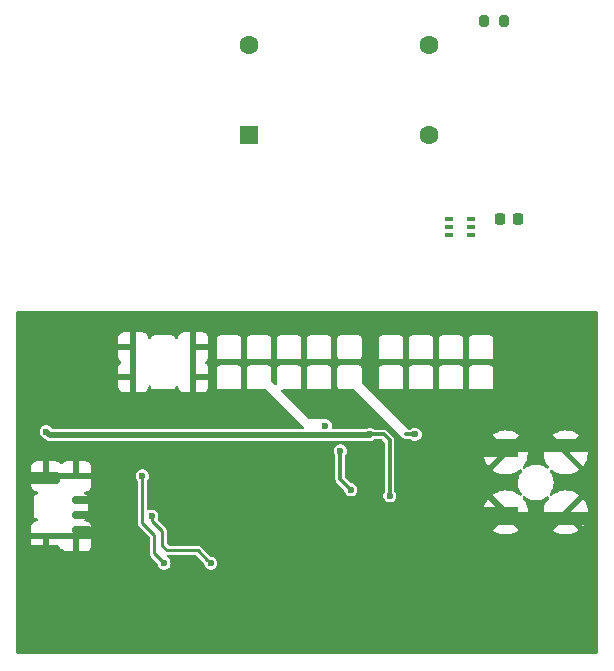
<source format=gbr>
%TF.GenerationSoftware,KiCad,Pcbnew,6.0.4-6f826c9f35~116~ubuntu20.04.1*%
%TF.CreationDate,2022-06-02T21:43:18+00:00*%
%TF.ProjectId,TFLORA01B,54464c4f-5241-4303-9142-2e6b69636164,rev?*%
%TF.SameCoordinates,Original*%
%TF.FileFunction,Copper,L1,Top*%
%TF.FilePolarity,Positive*%
%FSLAX46Y46*%
G04 Gerber Fmt 4.6, Leading zero omitted, Abs format (unit mm)*
G04 Created by KiCad (PCBNEW 6.0.4-6f826c9f35~116~ubuntu20.04.1) date 2022-06-02 21:43:18*
%MOMM*%
%LPD*%
G01*
G04 APERTURE LIST*
G04 Aperture macros list*
%AMRoundRect*
0 Rectangle with rounded corners*
0 $1 Rounding radius*
0 $2 $3 $4 $5 $6 $7 $8 $9 X,Y pos of 4 corners*
0 Add a 4 corners polygon primitive as box body*
4,1,4,$2,$3,$4,$5,$6,$7,$8,$9,$2,$3,0*
0 Add four circle primitives for the rounded corners*
1,1,$1+$1,$2,$3*
1,1,$1+$1,$4,$5*
1,1,$1+$1,$6,$7*
1,1,$1+$1,$8,$9*
0 Add four rect primitives between the rounded corners*
20,1,$1+$1,$2,$3,$4,$5,0*
20,1,$1+$1,$4,$5,$6,$7,0*
20,1,$1+$1,$6,$7,$8,$9,0*
20,1,$1+$1,$8,$9,$2,$3,0*%
%AMFreePoly0*
4,1,7,1.675000,-0.750000,-1.675000,-0.750000,-1.675000,-0.350000,-8.125000,-0.350000,-8.125000,0.750000,1.675000,0.750000,1.675000,-0.750000,1.675000,-0.750000,$1*%
%AMFreePoly1*
4,1,7,8.125000,-0.350000,1.675000,-0.350000,1.675000,-0.750000,-1.675000,-0.750000,-1.675000,0.750000,8.125000,0.750000,8.125000,-0.350000,8.125000,-0.350000,$1*%
G04 Aperture macros list end*
%TA.AperFunction,SMDPad,CuDef*%
%ADD10R,1.500000X1.450000*%
%TD*%
%TA.AperFunction,SMDPad,CuDef*%
%ADD11FreePoly0,180.000000*%
%TD*%
%TA.AperFunction,SMDPad,CuDef*%
%ADD12FreePoly1,0.000000*%
%TD*%
%TA.AperFunction,ComponentPad*%
%ADD13R,1.600000X1.600000*%
%TD*%
%TA.AperFunction,ComponentPad*%
%ADD14C,1.600000*%
%TD*%
%TA.AperFunction,SMDPad,CuDef*%
%ADD15RoundRect,0.200000X-0.200000X-0.275000X0.200000X-0.275000X0.200000X0.275000X-0.200000X0.275000X0*%
%TD*%
%TA.AperFunction,SMDPad,CuDef*%
%ADD16R,0.650000X0.400000*%
%TD*%
%TA.AperFunction,SMDPad,CuDef*%
%ADD17RoundRect,0.150000X-0.700000X0.150000X-0.700000X-0.150000X0.700000X-0.150000X0.700000X0.150000X0*%
%TD*%
%TA.AperFunction,SMDPad,CuDef*%
%ADD18RoundRect,0.250000X-1.100000X0.250000X-1.100000X-0.250000X1.100000X-0.250000X1.100000X0.250000X0*%
%TD*%
%TA.AperFunction,SMDPad,CuDef*%
%ADD19RoundRect,0.225000X-0.225000X-0.250000X0.225000X-0.250000X0.225000X0.250000X-0.225000X0.250000X0*%
%TD*%
%TA.AperFunction,ComponentPad*%
%ADD20C,0.500000*%
%TD*%
%TA.AperFunction,SMDPad,CuDef*%
%ADD21RoundRect,0.250000X1.050000X-1.050000X1.050000X1.050000X-1.050000X1.050000X-1.050000X-1.050000X0*%
%TD*%
%TA.AperFunction,ViaPad*%
%ADD22C,0.600000*%
%TD*%
%TA.AperFunction,Conductor*%
%ADD23C,0.250000*%
%TD*%
%TA.AperFunction,Conductor*%
%ADD24C,0.500000*%
%TD*%
%TA.AperFunction,Conductor*%
%ADD25C,0.300000*%
%TD*%
G04 APERTURE END LIST*
D10*
%TO.P,J12,1*%
%TO.N,Net-(C22-Pad2)*%
X175224800Y-114300000D03*
D11*
%TO.P,J12,2*%
%TO.N,GND*%
X176199800Y-117175000D03*
D12*
X176199800Y-111425000D03*
%TD*%
D13*
%TO.P,X1,1,NC*%
%TO.N,unconnected-(X1-NC)*%
X155079200Y-84908000D03*
D14*
%TO.P,X1,7,GND*%
%TO.N,GND*%
X170319200Y-84908000D03*
%TO.P,X1,8,OUT*%
%TO.N,Net-(X1-OUT)*%
X170319200Y-77288000D03*
%TO.P,X1,14,Vcc*%
%TO.N,+3V3*%
X155079200Y-77288000D03*
%TD*%
D15*
%TO.P,R3,1*%
%TO.N,Net-(X1-OUT)*%
X175004200Y-75228000D03*
%TO.P,R3,2*%
%TO.N,Net-(C1-Pad1)*%
X176654200Y-75228000D03*
%TD*%
D16*
%TO.P,U4,1,I1*%
%TO.N,/DIO1*%
X172008800Y-92018800D03*
%TO.P,U4,2,GND*%
%TO.N,GND*%
X172008800Y-92668800D03*
%TO.P,U4,3,I0*%
%TO.N,/BUSY*%
X172008800Y-93318800D03*
%TO.P,U4,4,Y*%
%TO.N,Net-(U4-Y)*%
X173908800Y-93318800D03*
%TO.P,U4,5,Vcc*%
%TO.N,+3V3*%
X173908800Y-92668800D03*
%TO.P,U4,6,S*%
%TO.N,/#CS*%
X173908800Y-92018800D03*
%TD*%
D17*
%TO.P,J2,1*%
%TO.N,/DIO2*%
X140940400Y-115793200D03*
%TO.P,J2,2*%
%TO.N,/DIO3*%
X140940400Y-117043200D03*
%TO.P,J2,3*%
%TO.N,/#RESET*%
X140940400Y-118293200D03*
D18*
%TO.P,J2,MP*%
%TO.N,GND*%
X137740400Y-113943200D03*
X137740400Y-120143200D03*
%TD*%
D19*
%TO.P,C3,1*%
%TO.N,+3V3*%
X176313800Y-91998800D03*
%TO.P,C3,2*%
%TO.N,GND*%
X177863800Y-91998800D03*
%TD*%
D20*
%TO.P,U1,25,GND*%
%TO.N,GND*%
X150908000Y-117646000D03*
X148808000Y-118696000D03*
X149858000Y-117646000D03*
X148808000Y-116596000D03*
X150908000Y-116596000D03*
X148808000Y-117646000D03*
X150908000Y-118696000D03*
X149858000Y-118696000D03*
X149858000Y-116596000D03*
D21*
X149858000Y-117646000D03*
%TD*%
D22*
%TO.N,GND*%
X145058000Y-114046000D03*
X143458000Y-114046000D03*
X148358000Y-123260000D03*
X150558000Y-124560000D03*
X163830000Y-113665000D03*
X184150000Y-119380000D03*
X148463000Y-128270000D03*
X163830000Y-100330000D03*
X161798000Y-113919000D03*
X171069000Y-111633000D03*
X184150000Y-118110000D03*
X157356660Y-118341817D03*
X184150000Y-114300000D03*
X145161000Y-122301000D03*
X168910000Y-111633000D03*
X142240000Y-128270000D03*
X184150000Y-110490000D03*
X167894000Y-111633000D03*
X143383000Y-107442000D03*
X145161000Y-123317000D03*
X153858000Y-124946000D03*
X146304000Y-128270000D03*
X168402000Y-122428000D03*
X143764000Y-112649000D03*
X153670000Y-100330000D03*
X169164000Y-116967000D03*
X177800000Y-108585000D03*
X170053000Y-111633000D03*
X172085000Y-128270000D03*
X164211000Y-121666000D03*
X161290000Y-100330000D03*
X172212000Y-111506000D03*
X163195000Y-128270000D03*
X160655000Y-128270000D03*
X167767000Y-114300000D03*
X154940000Y-100330000D03*
X153416000Y-123446000D03*
X172720000Y-100330000D03*
X157480000Y-100330000D03*
X162560000Y-124460000D03*
X155858000Y-118346000D03*
X152273000Y-128270000D03*
X174117000Y-114935000D03*
X166370000Y-100330000D03*
X150876000Y-122301000D03*
X181610000Y-120015000D03*
X159766000Y-122809000D03*
X149858000Y-123860000D03*
X153797000Y-126111000D03*
X150858000Y-121146000D03*
X155575000Y-128270000D03*
X145161000Y-128270000D03*
X170815000Y-128270000D03*
X143510000Y-100330000D03*
X144780000Y-100330000D03*
X135890000Y-120650000D03*
X168275000Y-128270000D03*
X158750000Y-100330000D03*
X172847000Y-116967000D03*
X146050000Y-100330000D03*
X173101000Y-111506000D03*
X169545000Y-120904000D03*
X177800000Y-100330000D03*
X175260000Y-100330000D03*
X176530000Y-108585000D03*
X146939000Y-112649000D03*
X158115000Y-128270000D03*
X168148000Y-116967000D03*
X156210000Y-100330000D03*
X182245000Y-108585000D03*
X149860000Y-100330000D03*
X162941000Y-115697000D03*
X167640000Y-100330000D03*
X173990000Y-100330000D03*
X183515000Y-120015000D03*
X148908011Y-121145981D03*
X148590000Y-100330000D03*
X170180000Y-100330000D03*
X164846000Y-111633000D03*
X135890000Y-119380000D03*
X162258000Y-118346000D03*
X164465000Y-128270000D03*
X146050000Y-127000000D03*
X135890000Y-116840000D03*
X184150000Y-116840000D03*
X154940000Y-118346000D03*
X173990000Y-111506000D03*
X174498000Y-112268000D03*
X165735000Y-128270000D03*
X171450000Y-100330000D03*
X164846000Y-117983000D03*
X170561000Y-116967000D03*
X154305000Y-128270000D03*
X152019000Y-122301000D03*
X153035000Y-115570000D03*
X163858046Y-118346000D03*
X173990000Y-118110000D03*
X161925000Y-128270000D03*
X145161000Y-125349000D03*
X153158000Y-121746000D03*
X168910000Y-100330000D03*
X177165000Y-128270000D03*
X173355000Y-128270000D03*
X148717000Y-122174000D03*
X160658000Y-118346000D03*
X145161000Y-126619000D03*
X165100000Y-100330000D03*
X147320000Y-121920000D03*
X146058000Y-118946000D03*
X175895000Y-120015000D03*
X162560000Y-100330000D03*
X184150000Y-113030000D03*
X161036000Y-122809000D03*
X184150000Y-107950000D03*
X171704000Y-116967000D03*
X179705000Y-118745000D03*
X179070000Y-120015000D03*
X166497000Y-121158000D03*
X160020000Y-100330000D03*
X157480000Y-122809000D03*
X151130000Y-100330000D03*
X164211000Y-122809000D03*
X169545000Y-122428000D03*
X167132000Y-116967000D03*
X184150000Y-115570000D03*
X171323000Y-114300000D03*
X149258000Y-124560000D03*
X161036000Y-124460000D03*
X169418000Y-117983000D03*
X147447000Y-128270000D03*
X156224000Y-114808000D03*
X170307000Y-114300000D03*
X184150000Y-120650000D03*
X175895000Y-128270000D03*
X169545000Y-128270000D03*
X165227000Y-121158000D03*
X174625000Y-120015000D03*
X147858000Y-126560000D03*
X153035000Y-127127000D03*
X136271000Y-107315000D03*
X184150000Y-109220000D03*
X152400000Y-100330000D03*
X145161000Y-112649000D03*
X167005000Y-128270000D03*
X159058000Y-118346000D03*
X174117000Y-116967000D03*
X176530000Y-100330000D03*
X159385000Y-128270000D03*
X149606000Y-128270000D03*
X180975000Y-108585000D03*
X164338000Y-124460000D03*
X143510000Y-128270000D03*
X147320000Y-100330000D03*
X165989000Y-111633000D03*
X175006000Y-115062000D03*
X135890000Y-118110000D03*
X177800000Y-120015000D03*
X141859000Y-107569000D03*
X163830000Y-111633000D03*
X143637000Y-121920000D03*
X158623000Y-122809000D03*
X173990000Y-119380000D03*
X166116000Y-113919000D03*
X145161000Y-124333000D03*
X156845000Y-128270000D03*
X167132000Y-122428000D03*
X179070000Y-110490000D03*
X150876000Y-128270000D03*
X146050000Y-121920000D03*
X169545000Y-119126000D03*
X163830000Y-112649000D03*
X184150000Y-111760000D03*
X174625000Y-128270000D03*
X184150000Y-106680000D03*
X142494000Y-112649000D03*
%TO.N,Net-(U1-XTA)*%
X151358000Y-123260000D03*
%TO.N,+3V3*%
X167005000Y-115443000D03*
X165354000Y-110236000D03*
X137940000Y-110000000D03*
X151858000Y-121146000D03*
X146858000Y-117146000D03*
%TO.N,Net-(U3-CTRL)*%
X162814000Y-111633000D03*
X163703000Y-114935000D03*
%TO.N,/#RESET*%
X169164000Y-110236000D03*
%TO.N,/DIO2*%
X161544000Y-109490080D03*
%TO.N,/DIO3*%
X146058000Y-113746046D03*
X147901519Y-121146000D03*
%TD*%
D23*
%TO.N,GND*%
X148358000Y-122533000D02*
X148717000Y-122174000D01*
X143383000Y-107442000D02*
X141986000Y-107442000D01*
X167767000Y-116586000D02*
X167767000Y-114681000D01*
X149606000Y-128270000D02*
X150876000Y-128270000D01*
X150858000Y-121146000D02*
X150858000Y-122283000D01*
X152273000Y-128270000D02*
X152273000Y-127889000D01*
D24*
X155862183Y-118341817D02*
X155858000Y-118346000D01*
D23*
X168148000Y-116967000D02*
X167767000Y-116586000D01*
D24*
X149258000Y-124460000D02*
X149858000Y-123860000D01*
X162258000Y-118346000D02*
X163858046Y-118346000D01*
D23*
X167767000Y-114681000D02*
X167767000Y-114300000D01*
D24*
X149258000Y-124560000D02*
X149258000Y-124460000D01*
X159058000Y-118346000D02*
X160658000Y-118346000D01*
X157356660Y-118341817D02*
X155862183Y-118341817D01*
D23*
X152273000Y-127889000D02*
X153035000Y-127127000D01*
X150858000Y-122283000D02*
X150876000Y-122301000D01*
X148358000Y-123260000D02*
X148358000Y-122533000D01*
X141986000Y-107442000D02*
X141859000Y-107569000D01*
%TO.N,+3V3*%
X151558001Y-120846001D02*
X151858000Y-121146000D01*
D25*
X167005000Y-110744000D02*
X166497000Y-110236000D01*
D24*
X160600909Y-110290091D02*
X165299909Y-110290091D01*
D23*
X146858000Y-117146000D02*
X146858000Y-117546000D01*
X146858000Y-117546000D02*
X147758000Y-118446000D01*
D25*
X166497000Y-110236000D02*
X165354000Y-110236000D01*
D23*
X147758000Y-119646000D02*
X148158000Y-120046000D01*
D24*
X160600909Y-110290091D02*
X138230091Y-110290091D01*
X165299909Y-110290091D02*
X165354000Y-110236000D01*
D23*
X150758000Y-120046000D02*
X151558001Y-120846001D01*
D24*
X138230091Y-110290091D02*
X137940000Y-110000000D01*
D25*
X167005000Y-115443000D02*
X167005000Y-110744000D01*
D23*
X148158000Y-120046000D02*
X150758000Y-120046000D01*
X147758000Y-118446000D02*
X147758000Y-119646000D01*
D25*
%TO.N,Net-(U3-CTRL)*%
X162814000Y-111633000D02*
X162814000Y-114046000D01*
X162814000Y-114046000D02*
X163703000Y-114935000D01*
%TO.N,/#RESET*%
X169164000Y-110236000D02*
X168422000Y-110236000D01*
D23*
%TO.N,/DIO2*%
X161400920Y-109347000D02*
X161544000Y-109490080D01*
%TO.N,/DIO3*%
X146058000Y-117746000D02*
X146058000Y-114170310D01*
X147058000Y-118746000D02*
X146058000Y-117746000D01*
X147058000Y-120302481D02*
X147058000Y-118746000D01*
X147901519Y-121146000D02*
X147058000Y-120302481D01*
X146058000Y-114170310D02*
X146058000Y-113746046D01*
%TD*%
%TA.AperFunction,Conductor*%
%TO.N,GND*%
G36*
X184608121Y-99834002D02*
G01*
X184654614Y-99887658D01*
X184666000Y-99940000D01*
X184666000Y-128660000D01*
X184645998Y-128728121D01*
X184592342Y-128774614D01*
X184540000Y-128786000D01*
X135500000Y-128786000D01*
X135431879Y-128765998D01*
X135385386Y-128712342D01*
X135374000Y-128660000D01*
X135374000Y-119139548D01*
X136647000Y-119139548D01*
X136647000Y-119631743D01*
X136647161Y-119636250D01*
X136651740Y-119700269D01*
X136654126Y-119713491D01*
X136690819Y-119838458D01*
X136698233Y-119854692D01*
X136767426Y-119962360D01*
X136779112Y-119975847D01*
X136875840Y-120059662D01*
X136890848Y-120069307D01*
X137007275Y-120122477D01*
X137024388Y-120127502D01*
X137155554Y-120146361D01*
X137164495Y-120147000D01*
X137649885Y-120147000D01*
X137665124Y-120142525D01*
X137666329Y-120141135D01*
X137668000Y-120133452D01*
X137668000Y-119144115D01*
X137666659Y-119139548D01*
X138176000Y-119139548D01*
X138176000Y-120128885D01*
X138180475Y-120144124D01*
X138181865Y-120145329D01*
X138189548Y-120147000D01*
X138681743Y-120147000D01*
X138686250Y-120146839D01*
X138750269Y-120142260D01*
X138763491Y-120139874D01*
X138888458Y-120103181D01*
X138904692Y-120095767D01*
X139012360Y-120026574D01*
X139025847Y-120014888D01*
X139096677Y-119933145D01*
X139156403Y-119894761D01*
X139227400Y-119894761D01*
X139287126Y-119933144D01*
X139297900Y-119947537D01*
X139307426Y-119962360D01*
X139319112Y-119975847D01*
X139415840Y-120059662D01*
X139430848Y-120069307D01*
X139547275Y-120122477D01*
X139564388Y-120127502D01*
X139695554Y-120146361D01*
X139704495Y-120147000D01*
X140189885Y-120147000D01*
X140205124Y-120142525D01*
X140206329Y-120141135D01*
X140208000Y-120133452D01*
X140208000Y-119144115D01*
X140206659Y-119139548D01*
X140716000Y-119139548D01*
X140716000Y-120128885D01*
X140720475Y-120144124D01*
X140721865Y-120145329D01*
X140729548Y-120147000D01*
X141221743Y-120147000D01*
X141226250Y-120146839D01*
X141290269Y-120142260D01*
X141303491Y-120139874D01*
X141428458Y-120103181D01*
X141444692Y-120095767D01*
X141552360Y-120026574D01*
X141565847Y-120014888D01*
X141649662Y-119918160D01*
X141659307Y-119903152D01*
X141712477Y-119786725D01*
X141717502Y-119769612D01*
X141736361Y-119638446D01*
X141737000Y-119629503D01*
X141737000Y-119144115D01*
X141732525Y-119128876D01*
X141731135Y-119127671D01*
X141723452Y-119126000D01*
X140734115Y-119126000D01*
X140718876Y-119130475D01*
X140717671Y-119131865D01*
X140716000Y-119139548D01*
X140206659Y-119139548D01*
X140203525Y-119128876D01*
X140202135Y-119127671D01*
X140194452Y-119126000D01*
X138194115Y-119126000D01*
X138178876Y-119130475D01*
X138177671Y-119131865D01*
X138176000Y-119139548D01*
X137666659Y-119139548D01*
X137663525Y-119128876D01*
X137662135Y-119127671D01*
X137654452Y-119126000D01*
X136665115Y-119126000D01*
X136649876Y-119130475D01*
X136648671Y-119131865D01*
X136647000Y-119139548D01*
X135374000Y-119139548D01*
X135374000Y-114059548D01*
X136647000Y-114059548D01*
X136647000Y-114551743D01*
X136647161Y-114556250D01*
X136651740Y-114620269D01*
X136654126Y-114633491D01*
X136690819Y-114758458D01*
X136698233Y-114774692D01*
X136767426Y-114882360D01*
X136779112Y-114895847D01*
X136875840Y-114979662D01*
X136890848Y-114989307D01*
X137007275Y-115042477D01*
X137024389Y-115047502D01*
X137142141Y-115064432D01*
X137206722Y-115093925D01*
X137245106Y-115153651D01*
X137245106Y-115224648D01*
X137206723Y-115284374D01*
X137148792Y-115312729D01*
X137092763Y-115323874D01*
X137060694Y-115330253D01*
X136976506Y-115386506D01*
X136920253Y-115470694D01*
X136900500Y-115570000D01*
X136900500Y-117094000D01*
X136920253Y-117193306D01*
X136976506Y-117277494D01*
X136986822Y-117284387D01*
X137021732Y-117307713D01*
X137060694Y-117333747D01*
X137142832Y-117350085D01*
X137205742Y-117382992D01*
X137240874Y-117444687D01*
X137237074Y-117515582D01*
X137195549Y-117573168D01*
X137127241Y-117599343D01*
X137093730Y-117601740D01*
X137080509Y-117604126D01*
X136955542Y-117640819D01*
X136939308Y-117648233D01*
X136831640Y-117717426D01*
X136818153Y-117729112D01*
X136734338Y-117825840D01*
X136724693Y-117840848D01*
X136671523Y-117957275D01*
X136666498Y-117974388D01*
X136647639Y-118105554D01*
X136647000Y-118114495D01*
X136647000Y-118599885D01*
X136651475Y-118615124D01*
X136652865Y-118616329D01*
X136660548Y-118618000D01*
X141718885Y-118618000D01*
X141734124Y-118613525D01*
X141735329Y-118612135D01*
X141737000Y-118604452D01*
X141737000Y-118112257D01*
X141736839Y-118107750D01*
X141732260Y-118043731D01*
X141729874Y-118030509D01*
X141693181Y-117905542D01*
X141685767Y-117889308D01*
X141616574Y-117781640D01*
X141604888Y-117768153D01*
X141508160Y-117684338D01*
X141493152Y-117674693D01*
X141376725Y-117621523D01*
X141359611Y-117616498D01*
X141241859Y-117599568D01*
X141177278Y-117570075D01*
X141138894Y-117510349D01*
X141138894Y-117439352D01*
X141177277Y-117379626D01*
X141235208Y-117351271D01*
X141291237Y-117340126D01*
X141323306Y-117333747D01*
X141362268Y-117307713D01*
X141397178Y-117284387D01*
X141407494Y-117277494D01*
X141463747Y-117193306D01*
X141483500Y-117094000D01*
X141483500Y-115570000D01*
X141463747Y-115470694D01*
X141407494Y-115386506D01*
X141323306Y-115330253D01*
X141241168Y-115313915D01*
X141178258Y-115281008D01*
X141143126Y-115219313D01*
X141146926Y-115148418D01*
X141188451Y-115090832D01*
X141256759Y-115064657D01*
X141290270Y-115062260D01*
X141303491Y-115059874D01*
X141428458Y-115023181D01*
X141444692Y-115015767D01*
X141552360Y-114946574D01*
X141565847Y-114934888D01*
X141649662Y-114838160D01*
X141659307Y-114823152D01*
X141712477Y-114706725D01*
X141717502Y-114689612D01*
X141736361Y-114558446D01*
X141737000Y-114549503D01*
X141737000Y-114064115D01*
X141732525Y-114048876D01*
X141731135Y-114047671D01*
X141723452Y-114046000D01*
X136665115Y-114046000D01*
X136649876Y-114050475D01*
X136648671Y-114051865D01*
X136647000Y-114059548D01*
X135374000Y-114059548D01*
X135374000Y-113816170D01*
X145502912Y-113816170D01*
X145542218Y-113962861D01*
X145619524Y-114093578D01*
X145625724Y-114099524D01*
X145625726Y-114099526D01*
X145639711Y-114112937D01*
X145675033Y-114174523D01*
X145678500Y-114203878D01*
X145678500Y-117693235D01*
X145676295Y-117713953D01*
X145676118Y-117717711D01*
X145673927Y-117727887D01*
X145675151Y-117738226D01*
X145677627Y-117759149D01*
X145678011Y-117765666D01*
X145678072Y-117765661D01*
X145678500Y-117770840D01*
X145678500Y-117776040D01*
X145679354Y-117781168D01*
X145679354Y-117781173D01*
X145681909Y-117796523D01*
X145682746Y-117802400D01*
X145688767Y-117853272D01*
X145692728Y-117861520D01*
X145694230Y-117870546D01*
X145718569Y-117915654D01*
X145721247Y-117920912D01*
X145739989Y-117959944D01*
X145739991Y-117959948D01*
X145743421Y-117967090D01*
X145748828Y-117973522D01*
X145750766Y-117975460D01*
X145750942Y-117975651D01*
X145754185Y-117981663D01*
X145761833Y-117988732D01*
X145761837Y-117988738D01*
X145789202Y-118014033D01*
X145792769Y-118017463D01*
X146641595Y-118866289D01*
X146675621Y-118928601D01*
X146678500Y-118955384D01*
X146678500Y-120249716D01*
X146676295Y-120270434D01*
X146676118Y-120274192D01*
X146673927Y-120284368D01*
X146675151Y-120294707D01*
X146677627Y-120315630D01*
X146678011Y-120322147D01*
X146678072Y-120322142D01*
X146678500Y-120327321D01*
X146678500Y-120332521D01*
X146679354Y-120337649D01*
X146679354Y-120337654D01*
X146681909Y-120353004D01*
X146682746Y-120358881D01*
X146688767Y-120409753D01*
X146692728Y-120418001D01*
X146694230Y-120427027D01*
X146718569Y-120472135D01*
X146721247Y-120477393D01*
X146739989Y-120516425D01*
X146739991Y-120516429D01*
X146743421Y-120523571D01*
X146748828Y-120530003D01*
X146750764Y-120531939D01*
X146750942Y-120532133D01*
X146754185Y-120538144D01*
X146761832Y-120545213D01*
X146761833Y-120545214D01*
X146789176Y-120570489D01*
X146792744Y-120573919D01*
X147309897Y-121091073D01*
X147343922Y-121153385D01*
X147346794Y-121181484D01*
X147346431Y-121216124D01*
X147385737Y-121362815D01*
X147463043Y-121493532D01*
X147572653Y-121598645D01*
X147706493Y-121670409D01*
X147714875Y-121672283D01*
X147714876Y-121672283D01*
X147846316Y-121701664D01*
X147846318Y-121701664D01*
X147854701Y-121703538D01*
X147950404Y-121698522D01*
X147997776Y-121696040D01*
X147997777Y-121696040D01*
X148006359Y-121695590D01*
X148150292Y-121647151D01*
X148157397Y-121642322D01*
X148157400Y-121642321D01*
X148268794Y-121566618D01*
X148268795Y-121566617D01*
X148275898Y-121561790D01*
X148281441Y-121555231D01*
X148368377Y-121452355D01*
X148368379Y-121452352D01*
X148373920Y-121445795D01*
X148437139Y-121307713D01*
X148460896Y-121157717D01*
X148461019Y-121146000D01*
X148440408Y-120995539D01*
X148436996Y-120987654D01*
X148383506Y-120864045D01*
X148383504Y-120864042D01*
X148380095Y-120856164D01*
X148284523Y-120738142D01*
X148166412Y-120654205D01*
X148122473Y-120598441D01*
X148115657Y-120527772D01*
X148148130Y-120464637D01*
X148209581Y-120429080D01*
X148239403Y-120425500D01*
X150548616Y-120425500D01*
X150616737Y-120445502D01*
X150637711Y-120462405D01*
X151266377Y-121091071D01*
X151300403Y-121153383D01*
X151303275Y-121181482D01*
X151302912Y-121216124D01*
X151342218Y-121362815D01*
X151419524Y-121493532D01*
X151529134Y-121598645D01*
X151662974Y-121670409D01*
X151671356Y-121672283D01*
X151671357Y-121672283D01*
X151802797Y-121701664D01*
X151802799Y-121701664D01*
X151811182Y-121703538D01*
X151906885Y-121698522D01*
X151954257Y-121696040D01*
X151954258Y-121696040D01*
X151962840Y-121695590D01*
X152106773Y-121647151D01*
X152113878Y-121642322D01*
X152113881Y-121642321D01*
X152225275Y-121566618D01*
X152225276Y-121566617D01*
X152232379Y-121561790D01*
X152237922Y-121555231D01*
X152324858Y-121452355D01*
X152324860Y-121452352D01*
X152330401Y-121445795D01*
X152393620Y-121307713D01*
X152417377Y-121157717D01*
X152417500Y-121146000D01*
X152396889Y-120995539D01*
X152393477Y-120987654D01*
X152339987Y-120864045D01*
X152339985Y-120864042D01*
X152336576Y-120856164D01*
X152241004Y-120738142D01*
X152117214Y-120650169D01*
X151974327Y-120598726D01*
X151965767Y-120598097D01*
X151965765Y-120598097D01*
X151922516Y-120594921D01*
X151884094Y-120592100D01*
X151817622Y-120567162D01*
X151804227Y-120555533D01*
X151063652Y-119814957D01*
X151050578Y-119798769D01*
X151048039Y-119795978D01*
X151042388Y-119787227D01*
X151017669Y-119767740D01*
X151012784Y-119763398D01*
X151012744Y-119763445D01*
X151008787Y-119760092D01*
X151005106Y-119756411D01*
X150988194Y-119744325D01*
X150983448Y-119740762D01*
X150951412Y-119715507D01*
X150943234Y-119709060D01*
X150934603Y-119706029D01*
X150927157Y-119700708D01*
X150917179Y-119697724D01*
X150917177Y-119697723D01*
X150878065Y-119686026D01*
X150872418Y-119684191D01*
X150831586Y-119669851D01*
X150831583Y-119669850D01*
X150824107Y-119667225D01*
X150815735Y-119666500D01*
X150813026Y-119666500D01*
X150812733Y-119666487D01*
X150806191Y-119664531D01*
X150780821Y-119665528D01*
X150758555Y-119666403D01*
X150753607Y-119666500D01*
X148367385Y-119666500D01*
X148299264Y-119646498D01*
X148278290Y-119629595D01*
X148174405Y-119525710D01*
X148140379Y-119463398D01*
X148137500Y-119436615D01*
X148137500Y-118498764D01*
X148139705Y-118478046D01*
X148139882Y-118474288D01*
X148142073Y-118464112D01*
X148138373Y-118432850D01*
X148137989Y-118426334D01*
X148137928Y-118426339D01*
X148137500Y-118421159D01*
X148137500Y-118415960D01*
X148134087Y-118395455D01*
X148133253Y-118389595D01*
X148128457Y-118349072D01*
X148127233Y-118338728D01*
X148123272Y-118330480D01*
X148122112Y-118323510D01*
X175716120Y-118323510D01*
X175722681Y-118332275D01*
X175919271Y-118462148D01*
X175927215Y-118466607D01*
X176163021Y-118577316D01*
X176171540Y-118580586D01*
X176420856Y-118656097D01*
X176429737Y-118658099D01*
X176687357Y-118696830D01*
X176696438Y-118697529D01*
X176956947Y-118698666D01*
X176966037Y-118698046D01*
X177223975Y-118661566D01*
X177232882Y-118659640D01*
X177482858Y-118586304D01*
X177491381Y-118583118D01*
X177728150Y-118474466D01*
X177736147Y-118470070D01*
X177949481Y-118331794D01*
X177954736Y-118323510D01*
X180796120Y-118323510D01*
X180802681Y-118332275D01*
X180999271Y-118462148D01*
X181007215Y-118466607D01*
X181243021Y-118577316D01*
X181251540Y-118580586D01*
X181500856Y-118656097D01*
X181509737Y-118658099D01*
X181767357Y-118696830D01*
X181776438Y-118697529D01*
X182036947Y-118698666D01*
X182046037Y-118698046D01*
X182303975Y-118661566D01*
X182312882Y-118659640D01*
X182562858Y-118586304D01*
X182571381Y-118583118D01*
X182808150Y-118474466D01*
X182816147Y-118470070D01*
X183029481Y-118331794D01*
X183034904Y-118323245D01*
X183029070Y-118313480D01*
X181927612Y-117212022D01*
X181913668Y-117204408D01*
X181911835Y-117204539D01*
X181905220Y-117208790D01*
X180802880Y-118311130D01*
X180796120Y-118323510D01*
X177954736Y-118323510D01*
X177954904Y-118323245D01*
X177949070Y-118313480D01*
X176847612Y-117212022D01*
X176833668Y-117204408D01*
X176831835Y-117204539D01*
X176825220Y-117208790D01*
X175722880Y-118311130D01*
X175716120Y-118323510D01*
X148122112Y-118323510D01*
X148121770Y-118321454D01*
X148097431Y-118276346D01*
X148094753Y-118271088D01*
X148076011Y-118232056D01*
X148076009Y-118232052D01*
X148072579Y-118224910D01*
X148067172Y-118218478D01*
X148065236Y-118216542D01*
X148065058Y-118216348D01*
X148061815Y-118210337D01*
X148026810Y-118177979D01*
X148023244Y-118174550D01*
X147381046Y-117532352D01*
X147347020Y-117470040D01*
X147352085Y-117399225D01*
X147355577Y-117390806D01*
X147390045Y-117315522D01*
X147390045Y-117315520D01*
X147393620Y-117307713D01*
X147417377Y-117157717D01*
X147417500Y-117146000D01*
X147396889Y-116995539D01*
X147393477Y-116987654D01*
X147364181Y-116919955D01*
X174973841Y-116919955D01*
X174974253Y-116929035D01*
X175004875Y-117187756D01*
X175006596Y-117196694D01*
X175074241Y-117448267D01*
X175077236Y-117456869D01*
X175180494Y-117696056D01*
X175184690Y-117704117D01*
X175321392Y-117925889D01*
X175326721Y-117933277D01*
X175340429Y-117949643D01*
X175353099Y-117958089D01*
X175363631Y-117951959D01*
X176462778Y-116852812D01*
X176470392Y-116838868D01*
X176470261Y-116837035D01*
X176466010Y-116830420D01*
X175365290Y-115729700D01*
X175353600Y-115723316D01*
X175341490Y-115732728D01*
X175233836Y-115887912D01*
X175229209Y-115895734D01*
X175113167Y-116128986D01*
X175109712Y-116137411D01*
X175028560Y-116384967D01*
X175026359Y-116393792D01*
X174981791Y-116650477D01*
X174980888Y-116659525D01*
X174973841Y-116919955D01*
X147364181Y-116919955D01*
X147339987Y-116864045D01*
X147339985Y-116864042D01*
X147336576Y-116856164D01*
X147241004Y-116738142D01*
X147117214Y-116650169D01*
X146974327Y-116598726D01*
X146965767Y-116598097D01*
X146965765Y-116598097D01*
X146873187Y-116591299D01*
X146822869Y-116587604D01*
X146673999Y-116617621D01*
X146666347Y-116621520D01*
X146620703Y-116644777D01*
X146550927Y-116657881D01*
X146485142Y-116631181D01*
X146444235Y-116573154D01*
X146437500Y-116532510D01*
X146437500Y-114201885D01*
X146457502Y-114133764D01*
X146467261Y-114120558D01*
X146524858Y-114052401D01*
X146524860Y-114052398D01*
X146530401Y-114045841D01*
X146585908Y-113924603D01*
X146590045Y-113915568D01*
X146590045Y-113915566D01*
X146593620Y-113907759D01*
X146617377Y-113757763D01*
X146617500Y-113746046D01*
X146596889Y-113595585D01*
X146593477Y-113587700D01*
X146539987Y-113464091D01*
X146539985Y-113464088D01*
X146536576Y-113456210D01*
X146441004Y-113338188D01*
X146317214Y-113250215D01*
X146174327Y-113198772D01*
X146165767Y-113198143D01*
X146165765Y-113198143D01*
X146073187Y-113191345D01*
X146022869Y-113187650D01*
X145873999Y-113217667D01*
X145866347Y-113221566D01*
X145746337Y-113282714D01*
X145746334Y-113282716D01*
X145738686Y-113286613D01*
X145626898Y-113389407D01*
X145622370Y-113396709D01*
X145622369Y-113396711D01*
X145551397Y-113511177D01*
X145546871Y-113518477D01*
X145504502Y-113664313D01*
X145504412Y-113672899D01*
X145504412Y-113672900D01*
X145503694Y-113741471D01*
X145502912Y-113816170D01*
X135374000Y-113816170D01*
X135374000Y-113034495D01*
X136647000Y-113034495D01*
X136647000Y-113519885D01*
X136651475Y-113535124D01*
X136652865Y-113536329D01*
X136660548Y-113538000D01*
X137649885Y-113538000D01*
X137665124Y-113533525D01*
X137666329Y-113532135D01*
X137668000Y-113524452D01*
X137668000Y-112535115D01*
X137666659Y-112530548D01*
X138176000Y-112530548D01*
X138176000Y-113519885D01*
X138180475Y-113535124D01*
X138181865Y-113536329D01*
X138189548Y-113538000D01*
X140189885Y-113538000D01*
X140205124Y-113533525D01*
X140206329Y-113532135D01*
X140208000Y-113524452D01*
X140208000Y-112535115D01*
X140206659Y-112530548D01*
X140716000Y-112530548D01*
X140716000Y-113519885D01*
X140720475Y-113535124D01*
X140721865Y-113536329D01*
X140729548Y-113538000D01*
X141718885Y-113538000D01*
X141734124Y-113533525D01*
X141735329Y-113532135D01*
X141737000Y-113524452D01*
X141737000Y-113032257D01*
X141736839Y-113027750D01*
X141732260Y-112963731D01*
X141729874Y-112950509D01*
X141693181Y-112825542D01*
X141685767Y-112809308D01*
X141616574Y-112701640D01*
X141604888Y-112688153D01*
X141508160Y-112604338D01*
X141493152Y-112594693D01*
X141376725Y-112541523D01*
X141359612Y-112536498D01*
X141228446Y-112517639D01*
X141219505Y-112517000D01*
X140734115Y-112517000D01*
X140718876Y-112521475D01*
X140717671Y-112522865D01*
X140716000Y-112530548D01*
X140206659Y-112530548D01*
X140203525Y-112519876D01*
X140202135Y-112518671D01*
X140194452Y-112517000D01*
X139702257Y-112517000D01*
X139697750Y-112517161D01*
X139633731Y-112521740D01*
X139620509Y-112524126D01*
X139495542Y-112560819D01*
X139479308Y-112568233D01*
X139371640Y-112637426D01*
X139358153Y-112649112D01*
X139287323Y-112730855D01*
X139227597Y-112769239D01*
X139156600Y-112769239D01*
X139096874Y-112730856D01*
X139086100Y-112716463D01*
X139076574Y-112701640D01*
X139064888Y-112688153D01*
X138968160Y-112604338D01*
X138953152Y-112594693D01*
X138836725Y-112541523D01*
X138819612Y-112536498D01*
X138688446Y-112517639D01*
X138679505Y-112517000D01*
X138194115Y-112517000D01*
X138178876Y-112521475D01*
X138177671Y-112522865D01*
X138176000Y-112530548D01*
X137666659Y-112530548D01*
X137663525Y-112519876D01*
X137662135Y-112518671D01*
X137654452Y-112517000D01*
X137162257Y-112517000D01*
X137157750Y-112517161D01*
X137093731Y-112521740D01*
X137080509Y-112524126D01*
X136955542Y-112560819D01*
X136939308Y-112568233D01*
X136831640Y-112637426D01*
X136818153Y-112649112D01*
X136734338Y-112745840D01*
X136724693Y-112760848D01*
X136671523Y-112877275D01*
X136666498Y-112894388D01*
X136647639Y-113025554D01*
X136647000Y-113034495D01*
X135374000Y-113034495D01*
X135374000Y-111703124D01*
X162258912Y-111703124D01*
X162298218Y-111849815D01*
X162375524Y-111980532D01*
X162381726Y-111986479D01*
X162382247Y-111987137D01*
X162408883Y-112052948D01*
X162409500Y-112065400D01*
X162409500Y-114077569D01*
X162409528Y-114077746D01*
X162409542Y-114078102D01*
X162409542Y-114110060D01*
X162416437Y-114131280D01*
X162421051Y-114150501D01*
X162421887Y-114155776D01*
X162424542Y-114172542D01*
X162429042Y-114181374D01*
X162429043Y-114181376D01*
X162434669Y-114192417D01*
X162442236Y-114210685D01*
X162446067Y-114222474D01*
X162449133Y-114231910D01*
X162454963Y-114239934D01*
X162454964Y-114239936D01*
X162462246Y-114249958D01*
X162472578Y-114266817D01*
X162482708Y-114286698D01*
X162505307Y-114309297D01*
X162505548Y-114309558D01*
X162505653Y-114309702D01*
X163111065Y-114915114D01*
X163145091Y-114977426D01*
X163146977Y-114988418D01*
X163148002Y-114996531D01*
X163147912Y-115005124D01*
X163187218Y-115151815D01*
X163264524Y-115282532D01*
X163270725Y-115288478D01*
X163270726Y-115288480D01*
X163311762Y-115327832D01*
X163374134Y-115387645D01*
X163507974Y-115459409D01*
X163516356Y-115461283D01*
X163516357Y-115461283D01*
X163647797Y-115490664D01*
X163647799Y-115490664D01*
X163656182Y-115492538D01*
X163751885Y-115487522D01*
X163799257Y-115485040D01*
X163799258Y-115485040D01*
X163807840Y-115484590D01*
X163951773Y-115436151D01*
X163958878Y-115431322D01*
X163958881Y-115431321D01*
X164070275Y-115355618D01*
X164070276Y-115355617D01*
X164077379Y-115350790D01*
X164082922Y-115344231D01*
X164169858Y-115241355D01*
X164169860Y-115241352D01*
X164175401Y-115234795D01*
X164238620Y-115096713D01*
X164262377Y-114946717D01*
X164262500Y-114935000D01*
X164241889Y-114784539D01*
X164208216Y-114706725D01*
X164184987Y-114653045D01*
X164184985Y-114653042D01*
X164181576Y-114645164D01*
X164086004Y-114527142D01*
X163962214Y-114439169D01*
X163819327Y-114387726D01*
X163810767Y-114387097D01*
X163810765Y-114387097D01*
X163783423Y-114385089D01*
X163767252Y-114383902D01*
X163700779Y-114358965D01*
X163687384Y-114347335D01*
X163255405Y-113915356D01*
X163221379Y-113853044D01*
X163218500Y-113826261D01*
X163218500Y-112059255D01*
X163238502Y-111991134D01*
X163248261Y-111977928D01*
X163280858Y-111939355D01*
X163280860Y-111939352D01*
X163286401Y-111932795D01*
X163349620Y-111794713D01*
X163373377Y-111644717D01*
X163373500Y-111633000D01*
X163352889Y-111482539D01*
X163349477Y-111474654D01*
X163295987Y-111351045D01*
X163295985Y-111351042D01*
X163292576Y-111343164D01*
X163197004Y-111225142D01*
X163073214Y-111137169D01*
X162930327Y-111085726D01*
X162921767Y-111085097D01*
X162921765Y-111085097D01*
X162829187Y-111078299D01*
X162778869Y-111074604D01*
X162629999Y-111104621D01*
X162622347Y-111108520D01*
X162502337Y-111169668D01*
X162502334Y-111169670D01*
X162494686Y-111173567D01*
X162382898Y-111276361D01*
X162378370Y-111283663D01*
X162378369Y-111283665D01*
X162308971Y-111395592D01*
X162302871Y-111405431D01*
X162260502Y-111551267D01*
X162258912Y-111703124D01*
X135374000Y-111703124D01*
X135374000Y-110070124D01*
X137384912Y-110070124D01*
X137424218Y-110216815D01*
X137501524Y-110347532D01*
X137611134Y-110452645D01*
X137618710Y-110456707D01*
X137618711Y-110456708D01*
X137741436Y-110522512D01*
X137770990Y-110544461D01*
X137824010Y-110597481D01*
X137831027Y-110606264D01*
X137831479Y-110605880D01*
X137837297Y-110612716D01*
X137842087Y-110620308D01*
X137848815Y-110626250D01*
X137879825Y-110653637D01*
X137885512Y-110658983D01*
X137898044Y-110671515D01*
X137907357Y-110678494D01*
X137915204Y-110684883D01*
X137943633Y-110709991D01*
X137943636Y-110709993D01*
X137950364Y-110715935D01*
X137958488Y-110719749D01*
X137961331Y-110721617D01*
X137975285Y-110730001D01*
X137978238Y-110731617D01*
X137985417Y-110736998D01*
X137993817Y-110740147D01*
X137993821Y-110740149D01*
X138029358Y-110753471D01*
X138038677Y-110757398D01*
X138072999Y-110773512D01*
X138073003Y-110773513D01*
X138081128Y-110777328D01*
X138089998Y-110778709D01*
X138093245Y-110779702D01*
X138108990Y-110783832D01*
X138112278Y-110784555D01*
X138120684Y-110787706D01*
X138138165Y-110789005D01*
X138167474Y-110791183D01*
X138177523Y-110792337D01*
X138187185Y-110793842D01*
X138187191Y-110793842D01*
X138191998Y-110794591D01*
X138208660Y-110794591D01*
X138217972Y-110794936D01*
X138264745Y-110798412D01*
X138273521Y-110796539D01*
X138282482Y-110795928D01*
X138282488Y-110796012D01*
X138295944Y-110794591D01*
X165230124Y-110794591D01*
X165241295Y-110795839D01*
X165241342Y-110795249D01*
X165250293Y-110795969D01*
X165259047Y-110797950D01*
X165309290Y-110794833D01*
X165317091Y-110794591D01*
X165334823Y-110794591D01*
X165346368Y-110792938D01*
X165356405Y-110791910D01*
X165368122Y-110791183D01*
X165403229Y-110789005D01*
X165403933Y-110788751D01*
X165407638Y-110788273D01*
X165450258Y-110786040D01*
X165450260Y-110786040D01*
X165458840Y-110785590D01*
X165466980Y-110782851D01*
X165466983Y-110782850D01*
X165530807Y-110761370D01*
X165602773Y-110737151D01*
X165712934Y-110662286D01*
X165783754Y-110640500D01*
X166277261Y-110640500D01*
X166345382Y-110660502D01*
X166366356Y-110677405D01*
X166563595Y-110874644D01*
X166597621Y-110936956D01*
X166600500Y-110963739D01*
X166600500Y-115010671D01*
X166580498Y-115078792D01*
X166577154Y-115083367D01*
X166573898Y-115086361D01*
X166493871Y-115215431D01*
X166451502Y-115361267D01*
X166451412Y-115369853D01*
X166451412Y-115369854D01*
X166450718Y-115436151D01*
X166449912Y-115513124D01*
X166489218Y-115659815D01*
X166566524Y-115790532D01*
X166572725Y-115796478D01*
X166572726Y-115796480D01*
X166601302Y-115823883D01*
X166676134Y-115895645D01*
X166809974Y-115967409D01*
X166818356Y-115969283D01*
X166818357Y-115969283D01*
X166949797Y-115998664D01*
X166949799Y-115998664D01*
X166958182Y-116000538D01*
X167053885Y-115995522D01*
X167101257Y-115993040D01*
X167101258Y-115993040D01*
X167109840Y-115992590D01*
X167253773Y-115944151D01*
X167260878Y-115939322D01*
X167260881Y-115939321D01*
X167372275Y-115863618D01*
X167372276Y-115863617D01*
X167379379Y-115858790D01*
X167384922Y-115852231D01*
X167471858Y-115749355D01*
X167471860Y-115749352D01*
X167477401Y-115742795D01*
X167540620Y-115604713D01*
X167564377Y-115454717D01*
X167564500Y-115443000D01*
X167543889Y-115292539D01*
X167514510Y-115224648D01*
X167486987Y-115161045D01*
X167486985Y-115161042D01*
X167483576Y-115153164D01*
X167437579Y-115096362D01*
X167410254Y-115030834D01*
X167409500Y-115017068D01*
X167409500Y-113243510D01*
X175716120Y-113243510D01*
X175722681Y-113252275D01*
X175919271Y-113382148D01*
X175927215Y-113386607D01*
X176163021Y-113497316D01*
X176171540Y-113500586D01*
X176420856Y-113576097D01*
X176429737Y-113578099D01*
X176687357Y-113616830D01*
X176696438Y-113617529D01*
X176956947Y-113618666D01*
X176966037Y-113618046D01*
X177223975Y-113581566D01*
X177232882Y-113579640D01*
X177482858Y-113506304D01*
X177491381Y-113503118D01*
X177728150Y-113394466D01*
X177736147Y-113390070D01*
X177954736Y-113248388D01*
X177962015Y-113242883D01*
X178001102Y-113208605D01*
X178065506Y-113178728D01*
X178135839Y-113188414D01*
X178189770Y-113234587D01*
X178210177Y-113302588D01*
X178190580Y-113370826D01*
X178184277Y-113379863D01*
X178105965Y-113482291D01*
X177991550Y-113695673D01*
X177912724Y-113924603D01*
X177871513Y-114163190D01*
X177871460Y-114168249D01*
X177870428Y-114266820D01*
X177868977Y-114405297D01*
X177905183Y-114644696D01*
X177906731Y-114649517D01*
X177972109Y-114853145D01*
X177979198Y-114875226D01*
X177981497Y-114879738D01*
X178075718Y-115064657D01*
X178089118Y-115090957D01*
X178147493Y-115170715D01*
X178182388Y-115218393D01*
X178206480Y-115285177D01*
X178190641Y-115354384D01*
X178139900Y-115404042D01*
X178070367Y-115418385D01*
X178006561Y-115394682D01*
X177822976Y-115261055D01*
X177815230Y-115256235D01*
X177584698Y-115134946D01*
X177576344Y-115131295D01*
X177330687Y-115044546D01*
X177321929Y-115042150D01*
X177066315Y-114991768D01*
X177057287Y-114990660D01*
X176797102Y-114977707D01*
X176787977Y-114977915D01*
X176528659Y-115002655D01*
X176519674Y-115004174D01*
X176266635Y-115066094D01*
X176257958Y-115068896D01*
X176016504Y-115166695D01*
X176008336Y-115170715D01*
X175783527Y-115302345D01*
X175776017Y-115307507D01*
X175726544Y-115347071D01*
X175718075Y-115359172D01*
X175724482Y-115370472D01*
X178305340Y-117951330D01*
X178318861Y-117958714D01*
X178328586Y-117951904D01*
X178333289Y-117946387D01*
X178338670Y-117939061D01*
X178477302Y-117718491D01*
X178481578Y-117710447D01*
X178586911Y-117472190D01*
X178589985Y-117463606D01*
X178659821Y-117212637D01*
X178661621Y-117203707D01*
X178694679Y-116943855D01*
X178695159Y-116937616D01*
X178697715Y-116843137D01*
X178697573Y-116836872D01*
X178678617Y-116575615D01*
X178677303Y-116566606D01*
X178621140Y-116312223D01*
X178618537Y-116303493D01*
X178526241Y-116059880D01*
X178522406Y-116051619D01*
X178395910Y-115823883D01*
X178390920Y-115816258D01*
X178278569Y-115669043D01*
X178253142Y-115602756D01*
X178267589Y-115533245D01*
X178317323Y-115482579D01*
X178386554Y-115466844D01*
X178451721Y-115489895D01*
X178597742Y-115593667D01*
X178597754Y-115593674D01*
X178601871Y-115596600D01*
X178819116Y-115703498D01*
X178823960Y-115704979D01*
X179045809Y-115772805D01*
X179045811Y-115772805D01*
X179050657Y-115774287D01*
X179055678Y-115774975D01*
X179055679Y-115774975D01*
X179248261Y-115801355D01*
X179290537Y-115807146D01*
X179361317Y-115805416D01*
X179527525Y-115801355D01*
X179527529Y-115801355D01*
X179532586Y-115801231D01*
X179770575Y-115756692D01*
X179998381Y-115674677D01*
X180210145Y-115557295D01*
X180214114Y-115554171D01*
X180214121Y-115554167D01*
X180283007Y-115499959D01*
X180348909Y-115473551D01*
X180418627Y-115486965D01*
X180470025Y-115535942D01*
X180486785Y-115604932D01*
X180464454Y-115670797D01*
X180313832Y-115887918D01*
X180309209Y-115895734D01*
X180193167Y-116128986D01*
X180189712Y-116137411D01*
X180108560Y-116384967D01*
X180106359Y-116393792D01*
X180061791Y-116650477D01*
X180060888Y-116659525D01*
X180053841Y-116919955D01*
X180054253Y-116929035D01*
X180084875Y-117187756D01*
X180086596Y-117196694D01*
X180154241Y-117448267D01*
X180157236Y-117456869D01*
X180260494Y-117696056D01*
X180264690Y-117704117D01*
X180401392Y-117925889D01*
X180406721Y-117933277D01*
X180420429Y-117949643D01*
X180433099Y-117958089D01*
X180443631Y-117951959D01*
X181554458Y-116841132D01*
X182279208Y-116841132D01*
X182279339Y-116842965D01*
X182283590Y-116849580D01*
X183385340Y-117951330D01*
X183398861Y-117958714D01*
X183408586Y-117951904D01*
X183413289Y-117946387D01*
X183418670Y-117939061D01*
X183557302Y-117718491D01*
X183561578Y-117710447D01*
X183666911Y-117472190D01*
X183669985Y-117463606D01*
X183739821Y-117212637D01*
X183741621Y-117203707D01*
X183774679Y-116943855D01*
X183775159Y-116937616D01*
X183777715Y-116843137D01*
X183777573Y-116836872D01*
X183758617Y-116575615D01*
X183757303Y-116566606D01*
X183701140Y-116312223D01*
X183698537Y-116303493D01*
X183606241Y-116059880D01*
X183602406Y-116051619D01*
X183475910Y-115823883D01*
X183470920Y-115816258D01*
X183406956Y-115732445D01*
X183395431Y-115723983D01*
X183383366Y-115730644D01*
X182286822Y-116827188D01*
X182279208Y-116841132D01*
X181554458Y-116841132D01*
X183024177Y-115371413D01*
X183030799Y-115359287D01*
X183021991Y-115347685D01*
X182902974Y-115261054D01*
X182895236Y-115256238D01*
X182664698Y-115134946D01*
X182656344Y-115131295D01*
X182410687Y-115044546D01*
X182401929Y-115042150D01*
X182146315Y-114991768D01*
X182137287Y-114990660D01*
X181877102Y-114977707D01*
X181867977Y-114977915D01*
X181608659Y-115002655D01*
X181599674Y-115004174D01*
X181346635Y-115066094D01*
X181337958Y-115068896D01*
X181096504Y-115166695D01*
X181088336Y-115170715D01*
X180863530Y-115302343D01*
X180856018Y-115307506D01*
X180752883Y-115389985D01*
X180687190Y-115416909D01*
X180617369Y-115404043D01*
X180565587Y-115355472D01*
X180548286Y-115286616D01*
X180568997Y-115222221D01*
X180626544Y-115134946D01*
X180697585Y-115027207D01*
X180762682Y-114882360D01*
X180794762Y-114810980D01*
X180794764Y-114810974D01*
X180796836Y-114806364D01*
X180804797Y-114776654D01*
X180858193Y-114577376D01*
X180858193Y-114577375D01*
X180859501Y-114572494D01*
X180883969Y-114331613D01*
X180884300Y-114300000D01*
X180882519Y-114277866D01*
X180865288Y-114063701D01*
X180865287Y-114063697D01*
X180864882Y-114058659D01*
X180859816Y-114038032D01*
X180808335Y-113828442D01*
X180807128Y-113823528D01*
X180779213Y-113757763D01*
X180714500Y-113605310D01*
X180714500Y-113605309D01*
X180712524Y-113600655D01*
X180583504Y-113395774D01*
X180583586Y-113395723D01*
X180559422Y-113330864D01*
X180574538Y-113261496D01*
X180624759Y-113211312D01*
X180694138Y-113196245D01*
X180760650Y-113221080D01*
X180769007Y-113227920D01*
X180774695Y-113232997D01*
X180781909Y-113238552D01*
X180999269Y-113382148D01*
X181007213Y-113386606D01*
X181243021Y-113497316D01*
X181251540Y-113500586D01*
X181500856Y-113576097D01*
X181509737Y-113578099D01*
X181767357Y-113616830D01*
X181776438Y-113617529D01*
X182036947Y-113618666D01*
X182046037Y-113618046D01*
X182303975Y-113581566D01*
X182312882Y-113579640D01*
X182562858Y-113506304D01*
X182571381Y-113503118D01*
X182808150Y-113394466D01*
X182816147Y-113390070D01*
X183029481Y-113251794D01*
X183034904Y-113243245D01*
X183029070Y-113233480D01*
X181556722Y-111761132D01*
X182279208Y-111761132D01*
X182279339Y-111762965D01*
X182283590Y-111769580D01*
X183385340Y-112871330D01*
X183398861Y-112878714D01*
X183408586Y-112871904D01*
X183413289Y-112866387D01*
X183418670Y-112859061D01*
X183557302Y-112638491D01*
X183561578Y-112630447D01*
X183666911Y-112392190D01*
X183669985Y-112383606D01*
X183739821Y-112132637D01*
X183741621Y-112123707D01*
X183774679Y-111863855D01*
X183775159Y-111857616D01*
X183777715Y-111763137D01*
X183777573Y-111756872D01*
X183758617Y-111495615D01*
X183757303Y-111486606D01*
X183701140Y-111232223D01*
X183698537Y-111223493D01*
X183606241Y-110979880D01*
X183602406Y-110971619D01*
X183475910Y-110743883D01*
X183470920Y-110736258D01*
X183406956Y-110652445D01*
X183395431Y-110643983D01*
X183383366Y-110650644D01*
X182286822Y-111747188D01*
X182279208Y-111761132D01*
X181556722Y-111761132D01*
X180445290Y-110649700D01*
X180433600Y-110643316D01*
X180421490Y-110652728D01*
X180313836Y-110807912D01*
X180309209Y-110815734D01*
X180193167Y-111048986D01*
X180189712Y-111057411D01*
X180108560Y-111304967D01*
X180106359Y-111313792D01*
X180061791Y-111570477D01*
X180060888Y-111579525D01*
X180053841Y-111839955D01*
X180054253Y-111849035D01*
X180084875Y-112107756D01*
X180086596Y-112116694D01*
X180154241Y-112368267D01*
X180157236Y-112376869D01*
X180260494Y-112616056D01*
X180264690Y-112624117D01*
X180401393Y-112845891D01*
X180406720Y-112853276D01*
X180470846Y-112929834D01*
X180499254Y-112994899D01*
X180487976Y-113064994D01*
X180440591Y-113117864D01*
X180372145Y-113136723D01*
X180304369Y-113115584D01*
X180294286Y-113108112D01*
X180236292Y-113060475D01*
X180027033Y-112938684D01*
X179884042Y-112883795D01*
X179805718Y-112853729D01*
X179805714Y-112853728D01*
X179800994Y-112851916D01*
X179796044Y-112850882D01*
X179796041Y-112850881D01*
X179568942Y-112803437D01*
X179568938Y-112803436D01*
X179563991Y-112802403D01*
X179322119Y-112791420D01*
X179317098Y-112792001D01*
X179317095Y-112792001D01*
X179209703Y-112804427D01*
X179081603Y-112819248D01*
X179076729Y-112820627D01*
X179076725Y-112820628D01*
X178853499Y-112883795D01*
X178853497Y-112883796D01*
X178848630Y-112885173D01*
X178844055Y-112887307D01*
X178844048Y-112887309D01*
X178633777Y-112985360D01*
X178633773Y-112985362D01*
X178629195Y-112987497D01*
X178453462Y-113106925D01*
X178385879Y-113128671D01*
X178317266Y-113110427D01*
X178269410Y-113057984D01*
X178257503Y-112987993D01*
X178286757Y-112920967D01*
X178333284Y-112866393D01*
X178338669Y-112859062D01*
X178477302Y-112638491D01*
X178481578Y-112630447D01*
X178586911Y-112392190D01*
X178589985Y-112383606D01*
X178659821Y-112132637D01*
X178661621Y-112123707D01*
X178694679Y-111863855D01*
X178695159Y-111857616D01*
X178697715Y-111763137D01*
X178697573Y-111756872D01*
X178678617Y-111495615D01*
X178677303Y-111486606D01*
X178621140Y-111232223D01*
X178618537Y-111223493D01*
X178526241Y-110979880D01*
X178522406Y-110971619D01*
X178395910Y-110743883D01*
X178390920Y-110736258D01*
X178326956Y-110652445D01*
X178315431Y-110643983D01*
X178303366Y-110650644D01*
X175722880Y-113231130D01*
X175716120Y-113243510D01*
X167409500Y-113243510D01*
X167409500Y-111839955D01*
X174973841Y-111839955D01*
X174974253Y-111849035D01*
X175004875Y-112107756D01*
X175006596Y-112116694D01*
X175074241Y-112368267D01*
X175077236Y-112376869D01*
X175180494Y-112616056D01*
X175184690Y-112624117D01*
X175321392Y-112845889D01*
X175326721Y-112853277D01*
X175340429Y-112869643D01*
X175353099Y-112878089D01*
X175363631Y-112871959D01*
X176462778Y-111772812D01*
X176470392Y-111758868D01*
X176470261Y-111757035D01*
X176466010Y-111750420D01*
X175365290Y-110649700D01*
X175353600Y-110643316D01*
X175341490Y-110652728D01*
X175233836Y-110807912D01*
X175229209Y-110815734D01*
X175113167Y-111048986D01*
X175109712Y-111057411D01*
X175028560Y-111304967D01*
X175026359Y-111313792D01*
X174981791Y-111570477D01*
X174980888Y-111579525D01*
X174973841Y-111839955D01*
X167409500Y-111839955D01*
X167409500Y-110712431D01*
X167409472Y-110712254D01*
X167409458Y-110711898D01*
X167409458Y-110679940D01*
X167402563Y-110658720D01*
X167397949Y-110639499D01*
X167396009Y-110627249D01*
X167396008Y-110627247D01*
X167394458Y-110617458D01*
X167384331Y-110597583D01*
X167376764Y-110579315D01*
X167372933Y-110567526D01*
X167372932Y-110567525D01*
X167369867Y-110558090D01*
X167356754Y-110540041D01*
X167346420Y-110523180D01*
X167340792Y-110512134D01*
X167336292Y-110503302D01*
X167313693Y-110480703D01*
X167313452Y-110480442D01*
X167313347Y-110480298D01*
X166760702Y-109927653D01*
X166760558Y-109927548D01*
X166760297Y-109927307D01*
X166737698Y-109904708D01*
X166717817Y-109894578D01*
X166700958Y-109884246D01*
X166690936Y-109876964D01*
X166690934Y-109876963D01*
X166682910Y-109871133D01*
X166673475Y-109868068D01*
X166673474Y-109868067D01*
X166661685Y-109864236D01*
X166643417Y-109856669D01*
X166632376Y-109851043D01*
X166632374Y-109851042D01*
X166623542Y-109846542D01*
X166613753Y-109844992D01*
X166613751Y-109844991D01*
X166601501Y-109843051D01*
X166582280Y-109838437D01*
X166561060Y-109831542D01*
X166529102Y-109831542D01*
X166528746Y-109831528D01*
X166528569Y-109831500D01*
X165781940Y-109831500D01*
X165708952Y-109808207D01*
X165613214Y-109740169D01*
X165470327Y-109688726D01*
X165461767Y-109688097D01*
X165461765Y-109688097D01*
X165369187Y-109681299D01*
X165318869Y-109677604D01*
X165169999Y-109707621D01*
X165043928Y-109771858D01*
X164986725Y-109785591D01*
X162205956Y-109785591D01*
X162137835Y-109765589D01*
X162091342Y-109711933D01*
X162081507Y-109639880D01*
X162102655Y-109506355D01*
X162103377Y-109501797D01*
X162103500Y-109490080D01*
X162082889Y-109339619D01*
X162079477Y-109331734D01*
X162025987Y-109208125D01*
X162025985Y-109208122D01*
X162022576Y-109200244D01*
X161927004Y-109082222D01*
X161803214Y-108994249D01*
X161660327Y-108942806D01*
X161651767Y-108942177D01*
X161651765Y-108942177D01*
X161559187Y-108935379D01*
X161508869Y-108931684D01*
X161359999Y-108961701D01*
X161359995Y-108961680D01*
X161325581Y-108967500D01*
X160229384Y-108967500D01*
X160161263Y-108947498D01*
X160140289Y-108930595D01*
X157856289Y-106646595D01*
X157822263Y-106584283D01*
X157827328Y-106513468D01*
X157869875Y-106456632D01*
X157936395Y-106431821D01*
X157945384Y-106431500D01*
X159258000Y-106431500D01*
X159357306Y-106411747D01*
X159441494Y-106355494D01*
X159497747Y-106271306D01*
X159517500Y-106172000D01*
X159517500Y-104648000D01*
X160024500Y-104648000D01*
X160024500Y-106172000D01*
X160044253Y-106271306D01*
X160100506Y-106355494D01*
X160184694Y-106411747D01*
X160284000Y-106431500D01*
X161808000Y-106431500D01*
X161907306Y-106411747D01*
X161991494Y-106355494D01*
X162047747Y-106271306D01*
X162067500Y-106172000D01*
X162067500Y-104648000D01*
X162574500Y-104648000D01*
X162574500Y-106172000D01*
X162594253Y-106271306D01*
X162650506Y-106355494D01*
X162734694Y-106411747D01*
X162834000Y-106431500D01*
X163993261Y-106431500D01*
X164061382Y-106451502D01*
X164082356Y-106468405D01*
X168158298Y-110544348D01*
X168158444Y-110544454D01*
X168158709Y-110544699D01*
X168181302Y-110567292D01*
X168201189Y-110577425D01*
X168218031Y-110587746D01*
X168236091Y-110600867D01*
X168245520Y-110603931D01*
X168245523Y-110603932D01*
X168257313Y-110607763D01*
X168275581Y-110615330D01*
X168286620Y-110620955D01*
X168286622Y-110620956D01*
X168295458Y-110625458D01*
X168305253Y-110627009D01*
X168305255Y-110627010D01*
X168315253Y-110628593D01*
X168317496Y-110628948D01*
X168336727Y-110633565D01*
X168348507Y-110637393D01*
X168348509Y-110637393D01*
X168357941Y-110640458D01*
X168389898Y-110640458D01*
X168390254Y-110640472D01*
X168390431Y-110640500D01*
X168734277Y-110640500D01*
X168802398Y-110660502D01*
X168821487Y-110675558D01*
X168835134Y-110688645D01*
X168968974Y-110760409D01*
X168977356Y-110762283D01*
X168977357Y-110762283D01*
X169108797Y-110791664D01*
X169108799Y-110791664D01*
X169117182Y-110793538D01*
X169217645Y-110788273D01*
X169260257Y-110786040D01*
X169260258Y-110786040D01*
X169268840Y-110785590D01*
X169412773Y-110737151D01*
X169419878Y-110732322D01*
X169419881Y-110732321D01*
X169531275Y-110656618D01*
X169531276Y-110656617D01*
X169538379Y-110651790D01*
X169543922Y-110645231D01*
X169630858Y-110542355D01*
X169630860Y-110542352D01*
X169636401Y-110535795D01*
X169699620Y-110397713D01*
X169718395Y-110279172D01*
X175718075Y-110279172D01*
X175724482Y-110290472D01*
X176821988Y-111387978D01*
X176835932Y-111395592D01*
X176837765Y-111395461D01*
X176844380Y-111391210D01*
X177944177Y-110291413D01*
X177950799Y-110279287D01*
X177950712Y-110279172D01*
X180798075Y-110279172D01*
X180804482Y-110290472D01*
X181901988Y-111387978D01*
X181915932Y-111395592D01*
X181917765Y-111395461D01*
X181924380Y-111391210D01*
X183024177Y-110291413D01*
X183030799Y-110279287D01*
X183021991Y-110267685D01*
X182902974Y-110181054D01*
X182895236Y-110176238D01*
X182664698Y-110054946D01*
X182656344Y-110051295D01*
X182410687Y-109964546D01*
X182401929Y-109962150D01*
X182146315Y-109911768D01*
X182137287Y-109910660D01*
X181877102Y-109897707D01*
X181867977Y-109897915D01*
X181608659Y-109922655D01*
X181599674Y-109924174D01*
X181346635Y-109986094D01*
X181337958Y-109988896D01*
X181096504Y-110086695D01*
X181088336Y-110090715D01*
X180863527Y-110222345D01*
X180856017Y-110227507D01*
X180806544Y-110267071D01*
X180798075Y-110279172D01*
X177950712Y-110279172D01*
X177941991Y-110267685D01*
X177822974Y-110181054D01*
X177815236Y-110176238D01*
X177584698Y-110054946D01*
X177576344Y-110051295D01*
X177330687Y-109964546D01*
X177321929Y-109962150D01*
X177066315Y-109911768D01*
X177057287Y-109910660D01*
X176797102Y-109897707D01*
X176787977Y-109897915D01*
X176528659Y-109922655D01*
X176519674Y-109924174D01*
X176266635Y-109986094D01*
X176257958Y-109988896D01*
X176016504Y-110086695D01*
X176008336Y-110090715D01*
X175783527Y-110222345D01*
X175776017Y-110227507D01*
X175726544Y-110267071D01*
X175718075Y-110279172D01*
X169718395Y-110279172D01*
X169723377Y-110247717D01*
X169723500Y-110236000D01*
X169702889Y-110085539D01*
X169699477Y-110077654D01*
X169645987Y-109954045D01*
X169645985Y-109954042D01*
X169642576Y-109946164D01*
X169547004Y-109828142D01*
X169423214Y-109740169D01*
X169280327Y-109688726D01*
X169271767Y-109688097D01*
X169271765Y-109688097D01*
X169179187Y-109681299D01*
X169128869Y-109677604D01*
X168979999Y-109707621D01*
X168844686Y-109776567D01*
X168838363Y-109782381D01*
X168838359Y-109782384D01*
X168821107Y-109798248D01*
X168757425Y-109829634D01*
X168735821Y-109831500D01*
X168641740Y-109831500D01*
X168573619Y-109811498D01*
X168552645Y-109794595D01*
X164654405Y-105896356D01*
X164620379Y-105834044D01*
X164617500Y-105807261D01*
X164617500Y-104648000D01*
X166080500Y-104648000D01*
X166080500Y-106172000D01*
X166100253Y-106271306D01*
X166156506Y-106355494D01*
X166240694Y-106411747D01*
X166340000Y-106431500D01*
X167864000Y-106431500D01*
X167963306Y-106411747D01*
X168047494Y-106355494D01*
X168103747Y-106271306D01*
X168123500Y-106172000D01*
X168123500Y-104648000D01*
X168630500Y-104648000D01*
X168630500Y-106172000D01*
X168650253Y-106271306D01*
X168706506Y-106355494D01*
X168790694Y-106411747D01*
X168890000Y-106431500D01*
X170414000Y-106431500D01*
X170513306Y-106411747D01*
X170597494Y-106355494D01*
X170653747Y-106271306D01*
X170673500Y-106172000D01*
X170673500Y-104648000D01*
X171180500Y-104648000D01*
X171180500Y-106172000D01*
X171200253Y-106271306D01*
X171256506Y-106355494D01*
X171340694Y-106411747D01*
X171440000Y-106431500D01*
X172964000Y-106431500D01*
X173063306Y-106411747D01*
X173147494Y-106355494D01*
X173203747Y-106271306D01*
X173223500Y-106172000D01*
X173223500Y-104648000D01*
X173730500Y-104648000D01*
X173730500Y-106172000D01*
X173750253Y-106271306D01*
X173806506Y-106355494D01*
X173890694Y-106411747D01*
X173990000Y-106431500D01*
X175514000Y-106431500D01*
X175613306Y-106411747D01*
X175697494Y-106355494D01*
X175753747Y-106271306D01*
X175773500Y-106172000D01*
X175773500Y-104648000D01*
X175753747Y-104548694D01*
X175697494Y-104464506D01*
X175613306Y-104408253D01*
X175514000Y-104388500D01*
X173990000Y-104388500D01*
X173890694Y-104408253D01*
X173806506Y-104464506D01*
X173750253Y-104548694D01*
X173730500Y-104648000D01*
X173223500Y-104648000D01*
X173203747Y-104548694D01*
X173147494Y-104464506D01*
X173063306Y-104408253D01*
X172964000Y-104388500D01*
X171440000Y-104388500D01*
X171340694Y-104408253D01*
X171256506Y-104464506D01*
X171200253Y-104548694D01*
X171180500Y-104648000D01*
X170673500Y-104648000D01*
X170653747Y-104548694D01*
X170597494Y-104464506D01*
X170513306Y-104408253D01*
X170414000Y-104388500D01*
X168890000Y-104388500D01*
X168790694Y-104408253D01*
X168706506Y-104464506D01*
X168650253Y-104548694D01*
X168630500Y-104648000D01*
X168123500Y-104648000D01*
X168103747Y-104548694D01*
X168047494Y-104464506D01*
X167963306Y-104408253D01*
X167864000Y-104388500D01*
X166340000Y-104388500D01*
X166240694Y-104408253D01*
X166156506Y-104464506D01*
X166100253Y-104548694D01*
X166080500Y-104648000D01*
X164617500Y-104648000D01*
X164597747Y-104548694D01*
X164541494Y-104464506D01*
X164457306Y-104408253D01*
X164358000Y-104388500D01*
X162834000Y-104388500D01*
X162734694Y-104408253D01*
X162650506Y-104464506D01*
X162594253Y-104548694D01*
X162574500Y-104648000D01*
X162067500Y-104648000D01*
X162047747Y-104548694D01*
X161991494Y-104464506D01*
X161907306Y-104408253D01*
X161808000Y-104388500D01*
X160284000Y-104388500D01*
X160184694Y-104408253D01*
X160100506Y-104464506D01*
X160044253Y-104548694D01*
X160024500Y-104648000D01*
X159517500Y-104648000D01*
X159497747Y-104548694D01*
X159441494Y-104464506D01*
X159357306Y-104408253D01*
X159258000Y-104388500D01*
X157734000Y-104388500D01*
X157634694Y-104408253D01*
X157550506Y-104464506D01*
X157494253Y-104548694D01*
X157474500Y-104648000D01*
X157474500Y-105960615D01*
X157454498Y-106028736D01*
X157400842Y-106075229D01*
X157330568Y-106085333D01*
X157265988Y-106055839D01*
X157259404Y-106049710D01*
X157238431Y-106028736D01*
X157004404Y-105794709D01*
X156970379Y-105732397D01*
X156967500Y-105705614D01*
X156967500Y-104648000D01*
X156947747Y-104548694D01*
X156891494Y-104464506D01*
X156807306Y-104408253D01*
X156708000Y-104388500D01*
X155184000Y-104388500D01*
X155084694Y-104408253D01*
X155000506Y-104464506D01*
X154944253Y-104548694D01*
X154924500Y-104648000D01*
X154924500Y-106172000D01*
X154944253Y-106271306D01*
X155000506Y-106355494D01*
X155084694Y-106411747D01*
X155184000Y-106431500D01*
X156515616Y-106431500D01*
X156583737Y-106451502D01*
X156604711Y-106468405D01*
X159706802Y-109570496D01*
X159740828Y-109632808D01*
X159735763Y-109703623D01*
X159693216Y-109760459D01*
X159626696Y-109785270D01*
X159617707Y-109785591D01*
X138533890Y-109785591D01*
X138465769Y-109765589D01*
X138426112Y-109724860D01*
X138421990Y-109718054D01*
X138418576Y-109710164D01*
X138323004Y-109592142D01*
X138199214Y-109504169D01*
X138056327Y-109452726D01*
X138047767Y-109452097D01*
X138047765Y-109452097D01*
X137955187Y-109445299D01*
X137904869Y-109441604D01*
X137755999Y-109471621D01*
X137748347Y-109475520D01*
X137628337Y-109536668D01*
X137628334Y-109536670D01*
X137620686Y-109540567D01*
X137614364Y-109546380D01*
X137614363Y-109546381D01*
X137515225Y-109637543D01*
X137508898Y-109643361D01*
X137504370Y-109650663D01*
X137504369Y-109650665D01*
X137450678Y-109737260D01*
X137428871Y-109772431D01*
X137386502Y-109918267D01*
X137386412Y-109926853D01*
X137386412Y-109926854D01*
X137386017Y-109964546D01*
X137384912Y-110070124D01*
X135374000Y-110070124D01*
X135374000Y-105677548D01*
X144013000Y-105677548D01*
X144013000Y-106169743D01*
X144013161Y-106174250D01*
X144017740Y-106238269D01*
X144020126Y-106251491D01*
X144056819Y-106376458D01*
X144064233Y-106392692D01*
X144133426Y-106500360D01*
X144145112Y-106513847D01*
X144241840Y-106597662D01*
X144256848Y-106607307D01*
X144373275Y-106660477D01*
X144390388Y-106665502D01*
X144521554Y-106684361D01*
X144530495Y-106685000D01*
X145015885Y-106685000D01*
X145031124Y-106680525D01*
X145032329Y-106679135D01*
X145034000Y-106671452D01*
X145034000Y-105682115D01*
X145029525Y-105666876D01*
X145028135Y-105665671D01*
X145020452Y-105664000D01*
X144031115Y-105664000D01*
X144015876Y-105668475D01*
X144014671Y-105669865D01*
X144013000Y-105677548D01*
X135374000Y-105677548D01*
X135374000Y-103137548D01*
X144013000Y-103137548D01*
X144013000Y-103629743D01*
X144013161Y-103634250D01*
X144017740Y-103698269D01*
X144020126Y-103711491D01*
X144056819Y-103836458D01*
X144064233Y-103852692D01*
X144133426Y-103960360D01*
X144145112Y-103973847D01*
X144226855Y-104044677D01*
X144265239Y-104104403D01*
X144265239Y-104175400D01*
X144226856Y-104235126D01*
X144212463Y-104245900D01*
X144197640Y-104255426D01*
X144184153Y-104267112D01*
X144100338Y-104363840D01*
X144090693Y-104378848D01*
X144037523Y-104495275D01*
X144032498Y-104512388D01*
X144013639Y-104643554D01*
X144013000Y-104652495D01*
X144013000Y-105137885D01*
X144017475Y-105153124D01*
X144018865Y-105154329D01*
X144026548Y-105156000D01*
X145015885Y-105156000D01*
X145031124Y-105151525D01*
X145032329Y-105150135D01*
X145034000Y-105142452D01*
X145034000Y-103142115D01*
X145029525Y-103126876D01*
X145028135Y-103125671D01*
X145020452Y-103124000D01*
X144031115Y-103124000D01*
X144015876Y-103128475D01*
X144014671Y-103129865D01*
X144013000Y-103137548D01*
X135374000Y-103137548D01*
X135374000Y-102112495D01*
X144013000Y-102112495D01*
X144013000Y-102597885D01*
X144017475Y-102613124D01*
X144018865Y-102614329D01*
X144026548Y-102616000D01*
X145015885Y-102616000D01*
X145031124Y-102611525D01*
X145032329Y-102610135D01*
X145034000Y-102602452D01*
X145034000Y-101613115D01*
X145032659Y-101608548D01*
X145542000Y-101608548D01*
X145542000Y-106666885D01*
X145546475Y-106682124D01*
X145547865Y-106683329D01*
X145555548Y-106685000D01*
X146047743Y-106685000D01*
X146052250Y-106684839D01*
X146116269Y-106680260D01*
X146129491Y-106677874D01*
X146254458Y-106641181D01*
X146270692Y-106633767D01*
X146378360Y-106564574D01*
X146391847Y-106552888D01*
X146475662Y-106456160D01*
X146485307Y-106441152D01*
X146538477Y-106324725D01*
X146543502Y-106307611D01*
X146560432Y-106189859D01*
X146589925Y-106125278D01*
X146649651Y-106086894D01*
X146720648Y-106086894D01*
X146780374Y-106125277D01*
X146808729Y-106183208D01*
X146826253Y-106271306D01*
X146882506Y-106355494D01*
X146966694Y-106411747D01*
X147066000Y-106431500D01*
X148590000Y-106431500D01*
X148689306Y-106411747D01*
X148773494Y-106355494D01*
X148829747Y-106271306D01*
X148846085Y-106189168D01*
X148878992Y-106126258D01*
X148940687Y-106091126D01*
X149011582Y-106094926D01*
X149069168Y-106136451D01*
X149095343Y-106204759D01*
X149097740Y-106238270D01*
X149100126Y-106251491D01*
X149136819Y-106376458D01*
X149144233Y-106392692D01*
X149213426Y-106500360D01*
X149225112Y-106513847D01*
X149321840Y-106597662D01*
X149336848Y-106607307D01*
X149453275Y-106660477D01*
X149470388Y-106665502D01*
X149601554Y-106684361D01*
X149610495Y-106685000D01*
X150095885Y-106685000D01*
X150111124Y-106680525D01*
X150112329Y-106679135D01*
X150114000Y-106671452D01*
X150114000Y-105677548D01*
X150622000Y-105677548D01*
X150622000Y-106666885D01*
X150626475Y-106682124D01*
X150627865Y-106683329D01*
X150635548Y-106685000D01*
X151127743Y-106685000D01*
X151132250Y-106684839D01*
X151196269Y-106680260D01*
X151209491Y-106677874D01*
X151334458Y-106641181D01*
X151350692Y-106633767D01*
X151458360Y-106564574D01*
X151471847Y-106552888D01*
X151555662Y-106456160D01*
X151565307Y-106441152D01*
X151618477Y-106324725D01*
X151623502Y-106307612D01*
X151642361Y-106176446D01*
X151643000Y-106167503D01*
X151643000Y-105682115D01*
X151638525Y-105666876D01*
X151637135Y-105665671D01*
X151629452Y-105664000D01*
X150640115Y-105664000D01*
X150624876Y-105668475D01*
X150623671Y-105669865D01*
X150622000Y-105677548D01*
X150114000Y-105677548D01*
X150114000Y-103137548D01*
X150622000Y-103137548D01*
X150622000Y-105137885D01*
X150626475Y-105153124D01*
X150627865Y-105154329D01*
X150635548Y-105156000D01*
X151624885Y-105156000D01*
X151640124Y-105151525D01*
X151641329Y-105150135D01*
X151643000Y-105142452D01*
X151643000Y-104650257D01*
X151642919Y-104648000D01*
X152374500Y-104648000D01*
X152374500Y-106172000D01*
X152394253Y-106271306D01*
X152450506Y-106355494D01*
X152534694Y-106411747D01*
X152634000Y-106431500D01*
X154158000Y-106431500D01*
X154257306Y-106411747D01*
X154341494Y-106355494D01*
X154397747Y-106271306D01*
X154417500Y-106172000D01*
X154417500Y-104648000D01*
X154397747Y-104548694D01*
X154341494Y-104464506D01*
X154257306Y-104408253D01*
X154158000Y-104388500D01*
X152634000Y-104388500D01*
X152534694Y-104408253D01*
X152450506Y-104464506D01*
X152394253Y-104548694D01*
X152374500Y-104648000D01*
X151642919Y-104648000D01*
X151642839Y-104645750D01*
X151638260Y-104581731D01*
X151635874Y-104568509D01*
X151599181Y-104443542D01*
X151591767Y-104427308D01*
X151522574Y-104319640D01*
X151510888Y-104306153D01*
X151429145Y-104235323D01*
X151390761Y-104175597D01*
X151390761Y-104104600D01*
X151429144Y-104044874D01*
X151443537Y-104034100D01*
X151458360Y-104024574D01*
X151471847Y-104012888D01*
X151555662Y-103916160D01*
X151565307Y-103901152D01*
X151618477Y-103784725D01*
X151623502Y-103767612D01*
X151642361Y-103636446D01*
X151643000Y-103627503D01*
X151643000Y-103142115D01*
X151638525Y-103126876D01*
X151637135Y-103125671D01*
X151629452Y-103124000D01*
X150640115Y-103124000D01*
X150624876Y-103128475D01*
X150623671Y-103129865D01*
X150622000Y-103137548D01*
X150114000Y-103137548D01*
X150114000Y-101613115D01*
X150112659Y-101608548D01*
X150622000Y-101608548D01*
X150622000Y-102597885D01*
X150626475Y-102613124D01*
X150627865Y-102614329D01*
X150635548Y-102616000D01*
X151624885Y-102616000D01*
X151640124Y-102611525D01*
X151641329Y-102610135D01*
X151643000Y-102602452D01*
X151643000Y-102110257D01*
X151642919Y-102108000D01*
X152374500Y-102108000D01*
X152374500Y-103632000D01*
X152394253Y-103731306D01*
X152450506Y-103815494D01*
X152534694Y-103871747D01*
X152634000Y-103891500D01*
X154158000Y-103891500D01*
X154257306Y-103871747D01*
X154341494Y-103815494D01*
X154397747Y-103731306D01*
X154417500Y-103632000D01*
X154417500Y-102108000D01*
X154924500Y-102108000D01*
X154924500Y-103632000D01*
X154944253Y-103731306D01*
X155000506Y-103815494D01*
X155084694Y-103871747D01*
X155184000Y-103891500D01*
X156708000Y-103891500D01*
X156807306Y-103871747D01*
X156891494Y-103815494D01*
X156947747Y-103731306D01*
X156967500Y-103632000D01*
X156967500Y-102108000D01*
X157474500Y-102108000D01*
X157474500Y-103632000D01*
X157494253Y-103731306D01*
X157550506Y-103815494D01*
X157634694Y-103871747D01*
X157734000Y-103891500D01*
X159258000Y-103891500D01*
X159357306Y-103871747D01*
X159441494Y-103815494D01*
X159497747Y-103731306D01*
X159517500Y-103632000D01*
X159517500Y-102108000D01*
X160024500Y-102108000D01*
X160024500Y-103632000D01*
X160044253Y-103731306D01*
X160100506Y-103815494D01*
X160184694Y-103871747D01*
X160284000Y-103891500D01*
X161808000Y-103891500D01*
X161907306Y-103871747D01*
X161991494Y-103815494D01*
X162047747Y-103731306D01*
X162067500Y-103632000D01*
X162067500Y-102108000D01*
X162574500Y-102108000D01*
X162574500Y-103632000D01*
X162594253Y-103731306D01*
X162650506Y-103815494D01*
X162734694Y-103871747D01*
X162834000Y-103891500D01*
X164358000Y-103891500D01*
X164457306Y-103871747D01*
X164541494Y-103815494D01*
X164597747Y-103731306D01*
X164617500Y-103632000D01*
X164617500Y-102108000D01*
X166080500Y-102108000D01*
X166080500Y-103632000D01*
X166100253Y-103731306D01*
X166156506Y-103815494D01*
X166240694Y-103871747D01*
X166340000Y-103891500D01*
X167864000Y-103891500D01*
X167963306Y-103871747D01*
X168047494Y-103815494D01*
X168103747Y-103731306D01*
X168123500Y-103632000D01*
X168123500Y-102108000D01*
X168630500Y-102108000D01*
X168630500Y-103632000D01*
X168650253Y-103731306D01*
X168706506Y-103815494D01*
X168790694Y-103871747D01*
X168890000Y-103891500D01*
X170414000Y-103891500D01*
X170513306Y-103871747D01*
X170597494Y-103815494D01*
X170653747Y-103731306D01*
X170673500Y-103632000D01*
X170673500Y-102108000D01*
X171180500Y-102108000D01*
X171180500Y-103632000D01*
X171200253Y-103731306D01*
X171256506Y-103815494D01*
X171340694Y-103871747D01*
X171440000Y-103891500D01*
X172964000Y-103891500D01*
X173063306Y-103871747D01*
X173147494Y-103815494D01*
X173203747Y-103731306D01*
X173223500Y-103632000D01*
X173223500Y-102108000D01*
X173730500Y-102108000D01*
X173730500Y-103632000D01*
X173750253Y-103731306D01*
X173806506Y-103815494D01*
X173890694Y-103871747D01*
X173990000Y-103891500D01*
X175514000Y-103891500D01*
X175613306Y-103871747D01*
X175697494Y-103815494D01*
X175753747Y-103731306D01*
X175773500Y-103632000D01*
X175773500Y-102108000D01*
X175753747Y-102008694D01*
X175697494Y-101924506D01*
X175613306Y-101868253D01*
X175514000Y-101848500D01*
X173990000Y-101848500D01*
X173890694Y-101868253D01*
X173806506Y-101924506D01*
X173750253Y-102008694D01*
X173730500Y-102108000D01*
X173223500Y-102108000D01*
X173203747Y-102008694D01*
X173147494Y-101924506D01*
X173063306Y-101868253D01*
X172964000Y-101848500D01*
X171440000Y-101848500D01*
X171340694Y-101868253D01*
X171256506Y-101924506D01*
X171200253Y-102008694D01*
X171180500Y-102108000D01*
X170673500Y-102108000D01*
X170653747Y-102008694D01*
X170597494Y-101924506D01*
X170513306Y-101868253D01*
X170414000Y-101848500D01*
X168890000Y-101848500D01*
X168790694Y-101868253D01*
X168706506Y-101924506D01*
X168650253Y-102008694D01*
X168630500Y-102108000D01*
X168123500Y-102108000D01*
X168103747Y-102008694D01*
X168047494Y-101924506D01*
X167963306Y-101868253D01*
X167864000Y-101848500D01*
X166340000Y-101848500D01*
X166240694Y-101868253D01*
X166156506Y-101924506D01*
X166100253Y-102008694D01*
X166080500Y-102108000D01*
X164617500Y-102108000D01*
X164597747Y-102008694D01*
X164541494Y-101924506D01*
X164457306Y-101868253D01*
X164358000Y-101848500D01*
X162834000Y-101848500D01*
X162734694Y-101868253D01*
X162650506Y-101924506D01*
X162594253Y-102008694D01*
X162574500Y-102108000D01*
X162067500Y-102108000D01*
X162047747Y-102008694D01*
X161991494Y-101924506D01*
X161907306Y-101868253D01*
X161808000Y-101848500D01*
X160284000Y-101848500D01*
X160184694Y-101868253D01*
X160100506Y-101924506D01*
X160044253Y-102008694D01*
X160024500Y-102108000D01*
X159517500Y-102108000D01*
X159497747Y-102008694D01*
X159441494Y-101924506D01*
X159357306Y-101868253D01*
X159258000Y-101848500D01*
X157734000Y-101848500D01*
X157634694Y-101868253D01*
X157550506Y-101924506D01*
X157494253Y-102008694D01*
X157474500Y-102108000D01*
X156967500Y-102108000D01*
X156947747Y-102008694D01*
X156891494Y-101924506D01*
X156807306Y-101868253D01*
X156708000Y-101848500D01*
X155184000Y-101848500D01*
X155084694Y-101868253D01*
X155000506Y-101924506D01*
X154944253Y-102008694D01*
X154924500Y-102108000D01*
X154417500Y-102108000D01*
X154397747Y-102008694D01*
X154341494Y-101924506D01*
X154257306Y-101868253D01*
X154158000Y-101848500D01*
X152634000Y-101848500D01*
X152534694Y-101868253D01*
X152450506Y-101924506D01*
X152394253Y-102008694D01*
X152374500Y-102108000D01*
X151642919Y-102108000D01*
X151642839Y-102105750D01*
X151638260Y-102041731D01*
X151635874Y-102028509D01*
X151599181Y-101903542D01*
X151591767Y-101887308D01*
X151522574Y-101779640D01*
X151510888Y-101766153D01*
X151414160Y-101682338D01*
X151399152Y-101672693D01*
X151282725Y-101619523D01*
X151265612Y-101614498D01*
X151134446Y-101595639D01*
X151125505Y-101595000D01*
X150640115Y-101595000D01*
X150624876Y-101599475D01*
X150623671Y-101600865D01*
X150622000Y-101608548D01*
X150112659Y-101608548D01*
X150109525Y-101597876D01*
X150108135Y-101596671D01*
X150100452Y-101595000D01*
X149608257Y-101595000D01*
X149603750Y-101595161D01*
X149539731Y-101599740D01*
X149526509Y-101602126D01*
X149401542Y-101638819D01*
X149385308Y-101646233D01*
X149277640Y-101715426D01*
X149264153Y-101727112D01*
X149180338Y-101823840D01*
X149170693Y-101838848D01*
X149117523Y-101955275D01*
X149112498Y-101972389D01*
X149095568Y-102090141D01*
X149066075Y-102154722D01*
X149006349Y-102193106D01*
X148935352Y-102193106D01*
X148875626Y-102154723D01*
X148847271Y-102096792D01*
X148832168Y-102020866D01*
X148829747Y-102008694D01*
X148773494Y-101924506D01*
X148689306Y-101868253D01*
X148590000Y-101848500D01*
X147066000Y-101848500D01*
X146966694Y-101868253D01*
X146882506Y-101924506D01*
X146826253Y-102008694D01*
X146823832Y-102020866D01*
X146809915Y-102090832D01*
X146777008Y-102153742D01*
X146715313Y-102188874D01*
X146644418Y-102185074D01*
X146586832Y-102143549D01*
X146560657Y-102075241D01*
X146558260Y-102041730D01*
X146555874Y-102028509D01*
X146519181Y-101903542D01*
X146511767Y-101887308D01*
X146442574Y-101779640D01*
X146430888Y-101766153D01*
X146334160Y-101682338D01*
X146319152Y-101672693D01*
X146202725Y-101619523D01*
X146185612Y-101614498D01*
X146054446Y-101595639D01*
X146045505Y-101595000D01*
X145560115Y-101595000D01*
X145544876Y-101599475D01*
X145543671Y-101600865D01*
X145542000Y-101608548D01*
X145032659Y-101608548D01*
X145029525Y-101597876D01*
X145028135Y-101596671D01*
X145020452Y-101595000D01*
X144528257Y-101595000D01*
X144523750Y-101595161D01*
X144459731Y-101599740D01*
X144446509Y-101602126D01*
X144321542Y-101638819D01*
X144305308Y-101646233D01*
X144197640Y-101715426D01*
X144184153Y-101727112D01*
X144100338Y-101823840D01*
X144090693Y-101838848D01*
X144037523Y-101955275D01*
X144032498Y-101972388D01*
X144013639Y-102103554D01*
X144013000Y-102112495D01*
X135374000Y-102112495D01*
X135374000Y-99940000D01*
X135394002Y-99871879D01*
X135447658Y-99825386D01*
X135500000Y-99814000D01*
X184540000Y-99814000D01*
X184608121Y-99834002D01*
G37*
%TD.AperFunction*%
%TD*%
M02*

</source>
